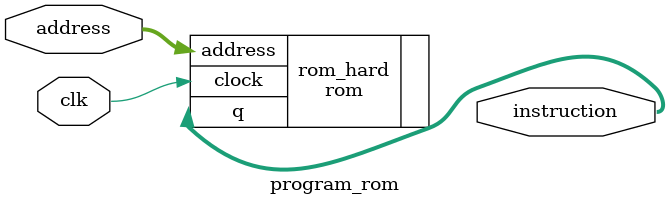
<source format=v>
module program_rom(
  input clk,
  input [15:0] address,
  output [15:0] instruction
);

rom rom_hard(
  .address(address),
  .clock(clk),
  .q(instruction)
);

endmodule
</source>
